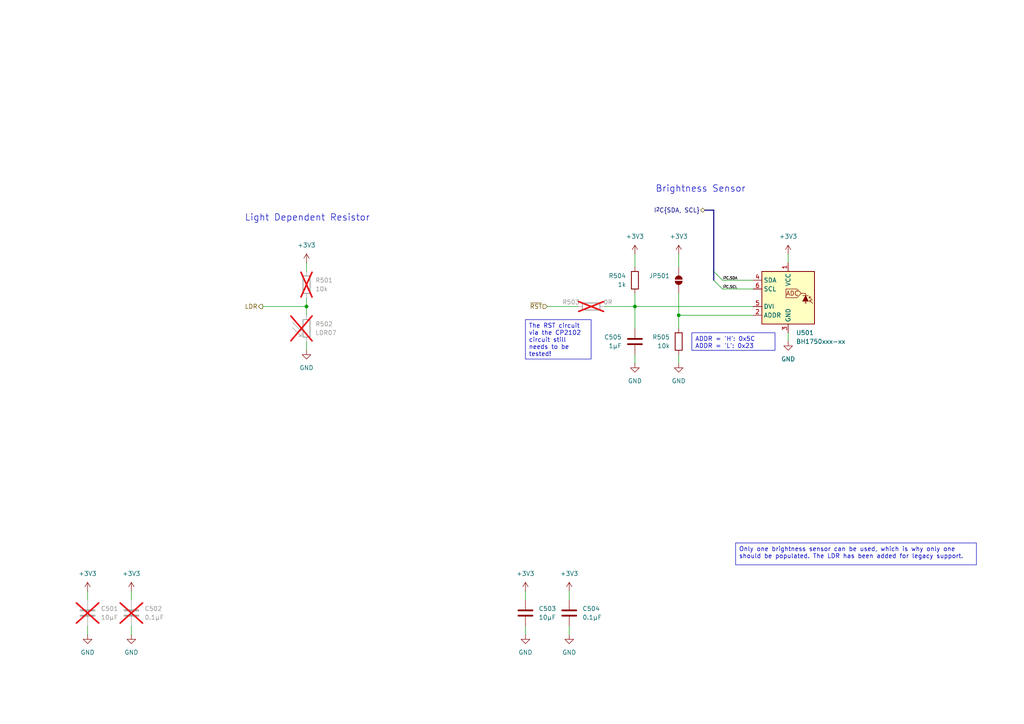
<source format=kicad_sch>
(kicad_sch (version 20231120) (generator "eeschema") (generator_version "8.0")
  (paper "A4")
  (title_block (title "Wordclock - Brightness Sensor") (date "2024-10-27") (rev "A") (company "ElektroNik Zoller") (comment 1 "Nikolai Zoller") (comment 4 "CERN-OHL-P"))
  (lib_symbols
    (symbol "Device:C" (pin_numbers hide) (pin_names (offset 0.254))
      (property "Reference" "C" (at 0.635 2.54 0))
      (property "Value" "C" (at 0.635 -2.54 0))
      (symbol "C_0_1"
        (polyline (pts (xy -2.032 -0.762) (xy 2.032 -0.762)) (stroke (width 0.508)))
        (polyline (pts (xy -2.032 0.762) (xy 2.032 0.762)) (stroke (width 0.508)))
      )
      (symbol "C_1_1"
        (pin passive line (at 0 3.81 270) (length 2.794) (name "~") (number "1"))
        (pin passive line (at 0 -3.81 90) (length 2.794) (name "~") (number "2"))
      )
    )
    (symbol "Device:R" (pin_numbers hide) (pin_names (offset 0))
      (property "Reference" "R" (at 2.032 0 90))
      (property "Value" "R" (at 0 0 90))
      (symbol "R_0_1"
        (rectangle (start -1.016 -2.54) (end 1.016 2.54) (stroke (width 0.254)))
      )
      (symbol "R_1_1"
        (pin passive line (at 0 3.81 270) (length 1.27) (name "~") (number "1"))
        (pin passive line (at 0 -3.81 90) (length 1.27) (name "~") (number "2"))
      )
    )
    (symbol "Jumper:SolderJumper_2_Open" (pin_numbers hide) (pin_names (offset 0) hide) (exclude_from_sim yes) (in_bom no)
      (property "Reference" "JP" (at 0 2.032 0))
      (property "Value" "SolderJumper_2_Open" (at 0 -2.54 0))
      (symbol "SolderJumper_2_Open_0_1"
        (arc (start -0.254 1.016) (mid -1.2656 0) (end -0.254 -1.016))
        (arc (start -0.254 1.016) (mid -1.2656 0) (end -0.254 -1.016) (fill (type outline)))
        (polyline (pts (xy -0.254 1.016) (xy -0.254 -1.016)))
        (polyline (pts (xy 0.254 1.016) (xy 0.254 -1.016)))
        (arc (start 0.254 -1.016) (mid 1.2656 0) (end 0.254 1.016))
        (arc (start 0.254 -1.016) (mid 1.2656 0) (end 0.254 1.016) (fill (type outline)))
      )
      (symbol "SolderJumper_2_Open_1_1"
        (pin passive line (at -3.81 0 0) (length 2.54) (name "A") (number "1"))
        (pin passive line (at 3.81 0 180) (length 2.54) (name "B") (number "2"))
      )
    )
    (symbol "Sensor_Optical:LDR07" (pin_numbers hide) (pin_names (offset 0))
      (property "Reference" "R" (at -5.08 0 90))
      (property "Value" "LDR07" (at 1.905 0 90))
      (symbol "LDR07_0_1"
        (rectangle (start -1.016 2.54) (end 1.016 -2.54) (stroke (width 0.254)))
        (polyline (pts (xy -1.524 -2.286) (xy -4.064 0.254)))
        (polyline (pts (xy -1.524 -2.286) (xy -2.286 -2.286)))
        (polyline (pts (xy -1.524 -2.286) (xy -1.524 -1.524)))
        (polyline (pts (xy -1.524 -0.762) (xy -4.064 1.778)))
        (polyline (pts (xy -1.524 -0.762) (xy -2.286 -0.762)))
        (polyline (pts (xy -1.524 -0.762) (xy -1.524 0)))
      )
      (symbol "LDR07_1_1"
        (pin passive line (at 0 3.81 270) (length 1.27) (name "~") (number "1"))
        (pin passive line (at 0 -3.81 90) (length 1.27) (name "~") (number "2"))
      )
    )
    (symbol "Sensor_Optical_User:BH1750xxx-xx"
      (property "Reference" "U" (at -7.62 8.89 0))
      (property "Value" "BH1750xxx-xx" (at 3.81 8.89 0))
      (symbol "BH1750xxx-xx_0_0"
        (polyline (pts (xy -3.81 1.27) (xy -2.54 2.54) (xy 0.635 2.54) (xy 0.635 0) (xy -2.54 0) (xy -3.81 1.27)))
        (text "ADC" (at -1.27 1.27 0) (effects (font (size 1.27 1.27))))
      )
      (symbol "BH1750xxx-xx_0_1"
        (rectangle (start -7.62 7.62) (end 7.62 -7.62) (stroke (width 0.254)) (fill (type background)))
      )
      (symbol "BH1750xxx-xx_1_0"
        (polyline (pts (xy -5.08 -1.524) (xy -5.08 1.27) (xy -3.81 1.27)))
        (pin input line (at 10.16 -5.08 180) (length 2.54) (name "ADDR") (number "2"))
      )
      (symbol "BH1750xxx-xx_1_1"
        (polyline (pts (xy -6.223 -0.762) (xy -7.112 -1.651)))
        (polyline (pts (xy -6.223 -0.762) (xy -6.731 -0.762)))
        (polyline (pts (xy -6.223 -0.762) (xy -6.223 -1.27)))
        (polyline (pts (xy -6.096 0.254) (xy -6.985 -0.635)))
        (polyline (pts (xy -6.096 0.254) (xy -6.604 0.254)))
        (polyline (pts (xy -6.096 0.254) (xy -6.096 -0.254)))
        (polyline (pts (xy -5.842 0.635) (xy -4.191 0.635)))
        (polyline (pts (xy -4.826 -1.524) (xy -5.334 -1.524)))
        (polyline (pts (xy -5.842 -1.016) (xy -4.191 -1.016) (xy -5.08 0.635) (xy -5.842 -1.016)) (fill (type outline)))
        (pin power_in line (at 0 10.16 270) (length 2.54) (name "VCC") (number "1"))
        (pin power_in line (at 0 -10.16 90) (length 2.54) (name "GND") (number "3"))
        (pin bidirectional line (at 10.16 5.08 180) (length 2.54) (name "SDA") (number "4"))
        (pin input line (at 10.16 -2.54 180) (length 2.54) (name "DVI") (number "5"))
        (pin input line (at 10.16 2.54 180) (length 2.54) (name "SCL") (number "6"))
      )
    )
    (symbol "power:+3V3" (power) (pin_numbers hide) (pin_names (offset 0) hide)
      (property "Value" "+3V3" (at 0 3.556 0))
      (symbol "+3V3_0_1"
        (polyline (pts (xy -0.762 1.27) (xy 0 2.54)))
        (polyline (pts (xy 0 0) (xy 0 2.54)))
        (polyline (pts (xy 0 2.54) (xy 0.762 1.27)))
      )
      (symbol "+3V3_1_1"
        (pin power_in line (at 0 0 90) (length 0) (name "~") (number "1"))
      )
    )
    (symbol "power:GND" (power) (pin_numbers hide) (pin_names (offset 0) hide)
      (property "Value" "GND" (at 0 -3.81 0))
      (symbol "GND_0_1"
        (polyline (pts (xy 0 0) (xy 0 -1.27) (xy 1.27 -1.27) (xy 0 -2.54) (xy -1.27 -1.27) (xy 0 -1.27)))
      )
      (symbol "GND_1_1"
        (pin power_in line (at 0 0 270) (length 0) (name "~") (number "1"))
      )
    )
  )
  (junction (at 88.9 88.9))
  (junction (at 196.85 91.44))
  (junction (at 184.15 88.9))
  (bus_entry (at 207.01 81.28) (size 2.54 2.54))
  (bus_entry (at 207.01 78.74) (size 2.54 2.54))
  (wire (pts (xy 165.1 171.45) (xy 165.1 173.99)))
  (wire (pts (xy 196.85 85.09) (xy 196.85 91.44)))
  (wire (pts (xy 228.6 73.66) (xy 228.6 76.2)))
  (wire (pts (xy 196.85 73.66) (xy 196.85 77.47)))
  (wire (pts (xy 209.55 83.82) (xy 218.44 83.82)))
  (wire (pts (xy 184.15 73.66) (xy 184.15 77.47)))
  (wire (pts (xy 88.9 76.2) (xy 88.9 78.74)))
  (wire (pts (xy 152.4 181.61) (xy 152.4 184.15)))
  (wire (pts (xy 209.55 81.28) (xy 218.44 81.28)))
  (wire (pts (xy 196.85 102.87) (xy 196.85 105.41)))
  (bus (pts (xy 207.01 78.74) (xy 207.01 60.96)))
  (wire (pts (xy 88.9 99.06) (xy 88.9 101.6)))
  (wire (pts (xy 152.4 171.45) (xy 152.4 173.99)))
  (bus (pts (xy 207.01 60.96) (xy 204.47 60.96)))
  (wire (pts (xy 184.15 88.9) (xy 184.15 95.25)))
  (wire (pts (xy 88.9 88.9) (xy 88.9 91.44)))
  (wire (pts (xy 38.1 181.61) (xy 38.1 184.15)))
  (wire (pts (xy 196.85 91.44) (xy 196.85 95.25)))
  (wire (pts (xy 218.44 91.44) (xy 196.85 91.44)))
  (wire (pts (xy 25.4 171.45) (xy 25.4 173.99)))
  (wire (pts (xy 76.2 88.9) (xy 88.9 88.9)))
  (wire (pts (xy 25.4 181.61) (xy 25.4 184.15)))
  (wire (pts (xy 38.1 171.45) (xy 38.1 173.99)))
  (wire (pts (xy 184.15 85.09) (xy 184.15 88.9)))
  (wire (pts (xy 184.15 88.9) (xy 218.44 88.9)))
  (wire (pts (xy 165.1 181.61) (xy 165.1 184.15)))
  (bus (pts (xy 207.01 81.28) (xy 207.01 78.74)))
  (wire (pts (xy 88.9 86.36) (xy 88.9 88.9)))
  (wire (pts (xy 175.26 88.9) (xy 184.15 88.9)))
  (wire (pts (xy 184.15 102.87) (xy 184.15 105.41)))
  (wire (pts (xy 158.75 88.9) (xy 167.64 88.9)))
  (wire (pts (xy 228.6 96.52) (xy 228.6 99.06)))
  (text_box "Only one brightness sensor can be used, which is why only one should be populated. The LDR has been added for legacy support." (at 213.36 157.48 0) (size 69.85 6.35) (effects (font (size 1.27 1.27)) (justify left top)))
  (text_box "The RST circuit via the CP2102 circuit still needs to be tested!" (at 152.4 92.71 0) (size 19.05 11.43) (effects (font (size 1.27 1.27)) (justify left top)))
  (text_box "ADDR = 'H': 0x5C\nADDR = 'L': 0x23" (at 200.66 96.52 0) (size 24.13 5.08) (effects (font (size 1.27 1.27)) (justify left top)))
  (text "Brightness Sensor" (at 203.2 54.864 0) (effects (font (size 1.905 1.905))))
  (text "Light Dependent Resistor" (at 89.154 63.246 0) (effects (font (size 1.905 1.905))))
  (label "I^{2}C.SDA" (at 209.55 81.28 0) (effects (font (size 0.762 0.762))))
  (label "I^{2}C.SCL" (at 209.55 83.82 0) (effects (font (size 0.762 0.762))))
  (hierarchical_label "I^{2}C{SDA, SCL}" (shape bidirectional) (at 204.47 60.96 180))
  (hierarchical_label "LDR" (shape output) (at 76.2 88.9 180))
  (hierarchical_label "~{RST}" (shape input) (at 158.75 88.9 180))
  (symbol (lib_id "power:+3V3") (at 165.1 171.45 0) (unit 1)
    (property "Reference" "#PWR0509" (effects (hide yes)))
    (property "Value" "+3V3" (at 165.1 166.37 0))
    (property "Description" "Power symbol creates a global label with name \"+3V3\"" (effects (hide yes)))
  )
  (symbol (lib_id "power:+3V3") (at 38.1 171.45 0) (unit 1)
    (property "Reference" "#PWR0503" (effects (hide yes)))
    (property "Value" "+3V3" (at 38.1 166.37 0))
    (property "Description" "Power symbol creates a global label with name \"+3V3\"" (effects (hide yes)))
  )
  (symbol (lib_id "Device:R") (at 88.9 82.55 0) (unit 1) (dnp yes)
    (property "Reference" "R501" (at 91.44 81.2799 0) (effects (justify left)))
    (property "Value" "10k" (at 91.44 83.8199 0) (effects (justify left)))
    (property "Footprint" "Resistor_SMD:R_0805_2012Metric_Pad1.20x1.40mm_HandSolder" (effects (hide yes)))
    (property "Description" "Resistor" (effects (hide yes)))
    (property "Manufacturer" "-" (effects (hide yes)))
    (property "Manufacturer Part no." "-" (effects (hide yes)))
    (property "Vendor 1" "Digikey" (effects (hide yes)))
    (property "Vendor 1 Part no." "311-10.0KCRCT-ND" (effects (hide yes)))
    (property "Vendor 2" "LCSC" (effects (hide yes)))
  )
  (symbol (lib_id "power:+3V3") (at 196.85 73.66 0) (unit 1)
    (property "Reference" "#PWR0513" (effects (hide yes)))
    (property "Value" "+3V3" (at 196.85 68.58 0))
    (property "Description" "Power symbol creates a global label with name \"+3V3\"" (effects (hide yes)))
  )
  (symbol (lib_id "Device:C") (at 184.15 99.06 0) (mirror y) (unit 1)
    (property "Reference" "C505" (at 180.34 97.7899 0) (effects (justify left)))
    (property "Value" "1µF" (at 180.34 100.3299 0) (effects (justify left)))
    (property "Footprint" "Capacitor_SMD:C_0805_2012Metric_Pad1.18x1.45mm_HandSolder" (effects (hide yes)))
    (property "Description" "Unpolarized capacitor" (effects (hide yes)))
    (property "Vendor 1" "Digikey" (effects (hide yes)))
    (property "Vendor 2" "LCSC" (effects (hide yes)))
    (property "Manufacturer" "-" (effects (hide yes)))
    (property "Manufacturer Part no." "-" (effects (hide yes)))
    (property "Vendor 1 Part no." "1276-1275-2-ND" (effects (hide yes)))
  )
  (symbol (lib_id "power:+3V3") (at 184.15 73.66 0) (unit 1)
    (property "Reference" "#PWR0511" (effects (hide yes)))
    (property "Value" "+3V3" (at 184.15 68.58 0))
    (property "Description" "Power symbol creates a global label with name \"+3V3\"" (effects (hide yes)))
  )
  (symbol (lib_id "Sensor_Optical:LDR07") (at 88.9 95.25 0) (unit 1) (dnp yes)
    (property "Reference" "R502" (at 91.44 93.9799 0) (effects (justify left)))
    (property "Value" "LDR07" (at 91.44 96.5199 0) (effects (justify left)))
    (property "Footprint" "OptoDevice:R_LDR_5.1x4.3mm_P3.4mm_Vertical" (effects (hide yes)))
    (property "Datasheet" "http://www.tme.eu/de/Document/f2e3ad76a925811312d226c31da4cd7e/LDR07.pdf" (effects (hide yes)))
    (property "Description" "light dependent resistor" (effects (hide yes)))
    (property "Manufacturer" "-" (effects (hide yes)))
    (property "Manufacturer Part no." "-" (effects (hide yes)))
    (property "Vendor 1" "-" (effects (hide yes)))
    (property "Vendor 1 Part no." "-" (effects (hide yes)))
    (property "Vendor 2" "-" (effects (hide yes)))
    (property "Vendor 2 Part no." "-" (effects (hide yes)))
  )
  (symbol (lib_id "Device:C") (at 165.1 177.8 0) (unit 1)
    (property "Reference" "C504" (at 168.91 176.5299 0) (effects (justify left)))
    (property "Value" "0.1µF" (at 168.91 179.0699 0) (effects (justify left)))
    (property "Footprint" "Capacitor_SMD:C_0805_2012Metric_Pad1.18x1.45mm_HandSolder" (effects (hide yes)))
    (property "Description" "Unpolarized capacitor" (effects (hide yes)))
    (property "Manufacturer" "-" (effects (hide yes)))
    (property "Manufacturer Part no." "-" (effects (hide yes)))
    (property "Vendor 1" "Digikey" (effects (hide yes)))
    (property "Vendor 1 Part no." "1276-2444-1-ND " (effects (hide yes)))
    (property "Vendor 2" "LCSC" (effects (hide yes)))
  )
  (symbol (lib_id "power:+3V3") (at 25.4 171.45 0) (unit 1)
    (property "Reference" "#PWR0501" (effects (hide yes)))
    (property "Value" "+3V3" (at 25.4 166.37 0))
    (property "Description" "Power symbol creates a global label with name \"+3V3\"" (effects (hide yes)))
  )
  (symbol (lib_id "power:GND") (at 196.85 105.41 0) (unit 1)
    (property "Reference" "#PWR0514" (effects (hide yes)))
    (property "Value" "GND" (at 196.85 110.49 0))
    (property "Description" "Power symbol creates a global label with name \"GND\" , ground" (effects (hide yes)))
  )
  (symbol (lib_id "Sensor_Optical_User:BH1750xxx-xx") (at 228.6 86.36 0) (mirror y) (unit 1)
    (property "Reference" "U501" (at 230.886 96.52 0) (effects (justify right)))
    (property "Value" "BH1750xxx-xx" (at 230.886 99.06 0) (effects (justify right)))
    (property "Footprint" "Package_TO_SOT_SMD:HVSOF6" (effects (hide yes)))
    (property "Description" "Ambient Light Sensor IC, I2C interface, 2.4-3.6V, WSOF6I" (effects (hide yes)))
    (property "Vendor 1" "Digikey" (effects (hide yes)))
    (property "Vendor 2" "LCSC" (effects (hide yes)))
    (property "Manufacturer" "Rohm Semiconductor" (effects (hide yes)))
    (property "Manufacturer Part no." "BH1750FVI-TR" (effects (hide yes)))
    (property "Vendor 1 Part no." "BH1750FVICT-ND" (effects (hide yes)))
    (property "Vendor 2 Part no." "C78960" (effects (hide yes)))
  )
  (symbol (lib_id "power:GND") (at 25.4 184.15 0) (unit 1)
    (property "Reference" "#PWR0502" (effects (hide yes)))
    (property "Value" "GND" (at 25.4 189.23 0))
    (property "Description" "Power symbol creates a global label with name \"GND\" , ground" (effects (hide yes)))
  )
  (symbol (lib_id "power:GND") (at 88.9 101.6 0) (unit 1)
    (property "Reference" "#PWR0506" (effects (hide yes)))
    (property "Value" "GND" (at 88.9 106.68 0))
    (property "Description" "Power symbol creates a global label with name \"GND\" , ground" (effects (hide yes)))
  )
  (symbol (lib_id "Device:R") (at 171.45 88.9 270) (unit 1) (dnp yes)
    (property "Reference" "R503" (at 168.148 87.63 90) (effects (justify right)))
    (property "Value" "0R" (at 175.006 87.63 90) (effects (justify left)))
    (property "Footprint" "Resistor_SMD:R_0805_2012Metric_Pad1.20x1.40mm_HandSolder" (effects (hide yes)))
    (property "Description" "Resistor" (effects (hide yes)))
    (property "Manufacturer" "-" (effects (hide yes)))
    (property "Manufacturer Part no." "-" (effects (hide yes)))
    (property "Vendor 1" "Digikey" (effects (hide yes)))
    (property "Vendor 1 Part no." "311-0.0ARCT-ND" (effects (hide yes)))
    (property "Vendor 2" "LCSC" (effects (hide yes)))
  )
  (symbol (lib_id "power:+3V3") (at 228.6 73.66 0) (unit 1)
    (property "Reference" "#PWR0515" (effects (hide yes)))
    (property "Value" "+3V3" (at 228.6 68.58 0))
    (property "Description" "Power symbol creates a global label with name \"+3V3\"" (effects (hide yes)))
  )
  (symbol (lib_id "power:GND") (at 228.6 99.06 0) (unit 1)
    (property "Reference" "#PWR0516" (effects (hide yes)))
    (property "Value" "GND" (at 228.6 104.14 0))
    (property "Description" "Power symbol creates a global label with name \"GND\" , ground" (effects (hide yes)))
  )
  (symbol (lib_id "Device:R") (at 184.15 81.28 0) (mirror y) (unit 1)
    (property "Reference" "R504" (at 181.61 80.0099 0) (effects (justify left)))
    (property "Value" "1k" (at 181.61 82.5499 0) (effects (justify left)))
    (property "Footprint" "Resistor_SMD:R_0805_2012Metric_Pad1.20x1.40mm_HandSolder" (effects (hide yes)))
    (property "Description" "Resistor" (effects (hide yes)))
    (property "Vendor 1" "Digikey" (effects (hide yes)))
    (property "Vendor 2" "LCSC" (effects (hide yes)))
    (property "Manufacturer" "-" (effects (hide yes)))
    (property "Manufacturer Part no." "-" (effects (hide yes)))
    (property "Vendor 1 Part no." "311-1.00KCRCT-ND" (effects (hide yes)))
  )
  (symbol (lib_id "Jumper:SolderJumper_2_Open") (at 196.85 81.28 90) (unit 1) (exclude_from_sim yes) (in_bom no)
    (property "Reference" "JP501" (at 194.31 80.0099 90) (effects (justify left)))
    (property "Value" "SolderJumper_2_Open" (effects (hide yes)))
    (property "Footprint" "Jumper:SolderJumper-2_P1.3mm_Open_RoundedPad1.0x1.5mm" (effects (hide yes)))
    (property "Description" "Solder Jumper, 2-pole, open" (effects (hide yes)))
    (property "Vendor 1" "-" (effects (hide yes)))
    (property "Vendor 2" "-" (effects (hide yes)))
    (property "Manufacturer" "-" (effects (hide yes)))
    (property "Manufacturer Part no." "-" (effects (hide yes)))
    (property "Vendor 1 Part no." "-" (effects (hide yes)))
    (property "Vendor 2 Part no." "-" (effects (hide yes)))
  )
  (symbol (lib_id "power:GND") (at 152.4 184.15 0) (unit 1)
    (property "Reference" "#PWR0508" (effects (hide yes)))
    (property "Value" "GND" (at 152.4 189.23 0))
    (property "Description" "Power symbol creates a global label with name \"GND\" , ground" (effects (hide yes)))
  )
  (symbol (lib_id "power:+3V3") (at 152.4 171.45 0) (unit 1)
    (property "Reference" "#PWR0507" (effects (hide yes)))
    (property "Value" "+3V3" (at 152.4 166.37 0))
    (property "Description" "Power symbol creates a global label with name \"+3V3\"" (effects (hide yes)))
  )
  (symbol (lib_id "Device:C") (at 38.1 177.8 0) (unit 1) (dnp yes)
    (property "Reference" "C502" (at 41.91 176.5299 0) (effects (justify left)))
    (property "Value" "0.1µF" (at 41.91 179.0699 0) (effects (justify left)))
    (property "Footprint" "Capacitor_SMD:C_0805_2012Metric_Pad1.18x1.45mm_HandSolder" (effects (hide yes)))
    (property "Description" "Unpolarized capacitor" (effects (hide yes)))
    (property "Manufacturer" "-" (effects (hide yes)))
    (property "Manufacturer Part no." "-" (effects (hide yes)))
    (property "Vendor 1" "Digikey" (effects (hide yes)))
    (property "Vendor 1 Part no." "1276-2444-1-ND " (effects (hide yes)))
    (property "Vendor 2" "LCSC" (effects (hide yes)))
  )
  (symbol (lib_id "power:GND") (at 165.1 184.15 0) (unit 1)
    (property "Reference" "#PWR0510" (effects (hide yes)))
    (property "Value" "GND" (at 165.1 189.23 0))
    (property "Description" "Power symbol creates a global label with name \"GND\" , ground" (effects (hide yes)))
  )
  (symbol (lib_id "Device:C") (at 152.4 177.8 0) (unit 1)
    (property "Reference" "C503" (at 156.21 176.5299 0) (effects (justify left)))
    (property "Value" "10µF" (at 156.21 179.0699 0) (effects (justify left)))
    (property "Footprint" "Capacitor_SMD:C_0805_2012Metric_Pad1.18x1.45mm_HandSolder" (effects (hide yes)))
    (property "Description" "Unpolarized capacitor" (effects (hide yes)))
    (property "Manufacturer" "-" (effects (hide yes)))
    (property "Manufacturer Part no." "-" (effects (hide yes)))
    (property "Vendor 1" "Digikey" (effects (hide yes)))
    (property "Vendor 1 Part no." "1276-1096-1-ND" (effects (hide yes)))
    (property "Vendor 2" "LCSC" (effects (hide yes)))
  )
  (symbol (lib_id "power:GND") (at 38.1 184.15 0) (unit 1)
    (property "Reference" "#PWR0504" (effects (hide yes)))
    (property "Value" "GND" (at 38.1 189.23 0))
    (property "Description" "Power symbol creates a global label with name \"GND\" , ground" (effects (hide yes)))
  )
  (symbol (lib_id "power:+3V3") (at 88.9 76.2 0) (unit 1)
    (property "Reference" "#PWR0505" (effects (hide yes)))
    (property "Value" "+3V3" (at 88.9 71.12 0))
    (property "Description" "Power symbol creates a global label with name \"+3V3\"" (effects (hide yes)))
  )
  (symbol (lib_id "Device:C") (at 25.4 177.8 0) (unit 1) (dnp yes)
    (property "Reference" "C501" (at 29.21 176.5299 0) (effects (justify left)))
    (property "Value" "10µF" (at 29.21 179.0699 0) (effects (justify left)))
    (property "Footprint" "Capacitor_SMD:C_0805_2012Metric_Pad1.18x1.45mm_HandSolder" (effects (hide yes)))
    (property "Description" "Unpolarized capacitor" (effects (hide yes)))
    (property "Manufacturer" "-" (effects (hide yes)))
    (property "Manufacturer Part no." "-" (effects (hide yes)))
    (property "Vendor 1" "Digikey" (effects (hide yes)))
    (property "Vendor 1 Part no." "1276-1096-1-ND" (effects (hide yes)))
    (property "Vendor 2" "LCSC" (effects (hide yes)))
  )
  (symbol (lib_id "Device:R") (at 196.85 99.06 0) (mirror y) (unit 1)
    (property "Reference" "R505" (at 194.31 97.7899 0) (effects (justify left)))
    (property "Value" "10k" (at 194.31 100.3299 0) (effects (justify left)))
    (property "Footprint" "Resistor_SMD:R_0805_2012Metric_Pad1.20x1.40mm_HandSolder" (effects (hide yes)))
    (property "Description" "Resistor" (effects (hide yes)))
    (property "Vendor 1" "Digikey" (effects (hide yes)))
    (property "Vendor 2" "LCSC" (effects (hide yes)))
    (property "Manufacturer" "-" (effects (hide yes)))
    (property "Manufacturer Part no." "-" (effects (hide yes)))
    (property "Vendor 1 Part no." "311-10.0KCRCT-ND" (effects (hide yes)))
  )
  (symbol (lib_id "power:GND") (at 184.15 105.41 0) (unit 1)
    (property "Reference" "#PWR0512" (effects (hide yes)))
    (property "Value" "GND" (at 184.15 110.49 0))
    (property "Description" "Power symbol creates a global label with name \"GND\" , ground" (effects (hide yes)))
  )
)
</source>
